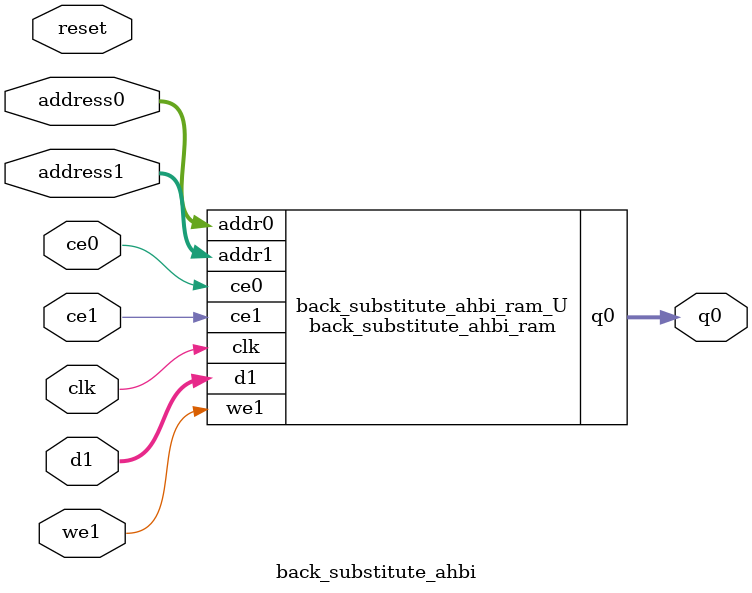
<source format=v>

`timescale 1 ns / 1 ps
module back_substitute_ahbi_ram (addr0, ce0, q0, addr1, ce1, d1, we1,  clk);

parameter DWIDTH = 32;
parameter AWIDTH = 4;
parameter MEM_SIZE = 16;

input[AWIDTH-1:0] addr0;
input ce0;
output reg[DWIDTH-1:0] q0;
input[AWIDTH-1:0] addr1;
input ce1;
input[DWIDTH-1:0] d1;
input we1;
input clk;

(* ram_style = "distributed" *)reg [DWIDTH-1:0] ram[0:MEM_SIZE-1];




always @(posedge clk)  
begin 
    if (ce0) 
    begin
            q0 <= ram[addr0];
    end
end


always @(posedge clk)  
begin 
    if (ce1) 
    begin
        if (we1) 
        begin 
            ram[addr1] <= d1; 
        end 
    end
end


endmodule


`timescale 1 ns / 1 ps
module back_substitute_ahbi(
    reset,
    clk,
    address0,
    ce0,
    q0,
    address1,
    ce1,
    we1,
    d1);

parameter DataWidth = 32'd32;
parameter AddressRange = 32'd16;
parameter AddressWidth = 32'd4;
input reset;
input clk;
input[AddressWidth - 1:0] address0;
input ce0;
output[DataWidth - 1:0] q0;
input[AddressWidth - 1:0] address1;
input ce1;
input we1;
input[DataWidth - 1:0] d1;



back_substitute_ahbi_ram back_substitute_ahbi_ram_U(
    .clk( clk ),
    .addr0( address0 ),
    .ce0( ce0 ),
    .q0( q0 ),
    .addr1( address1 ),
    .ce1( ce1 ),
    .we1( we1 ),
    .d1( d1 ));

endmodule


</source>
